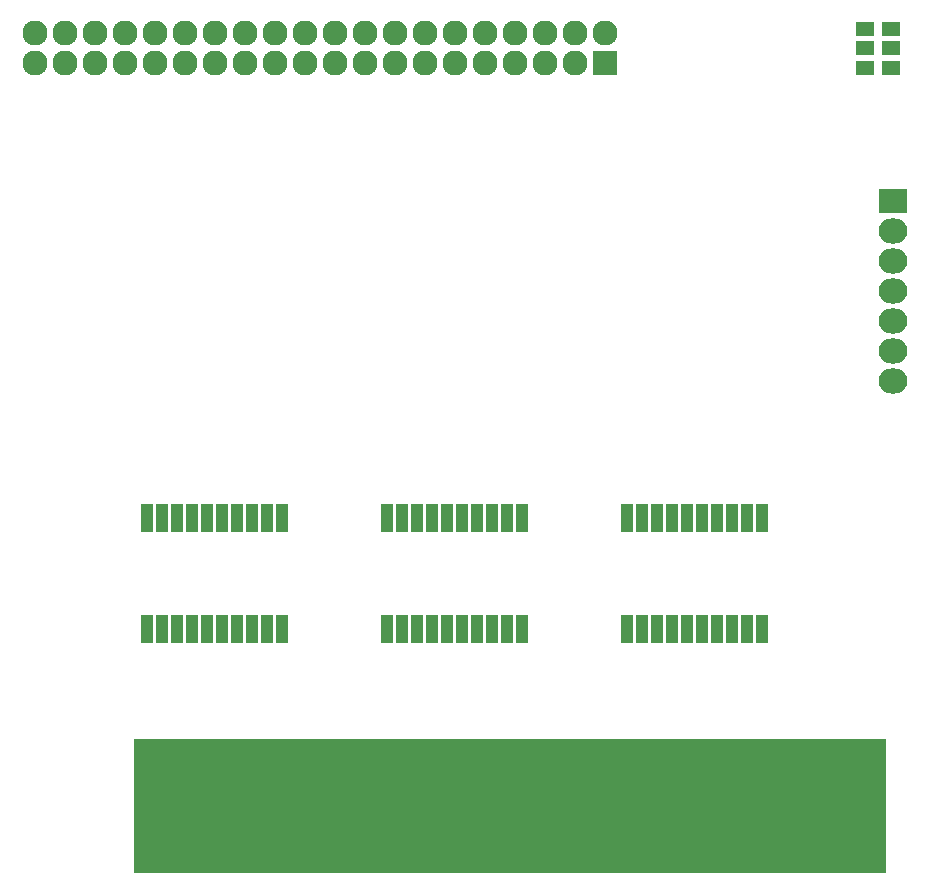
<source format=gbr>
G04 #@! TF.FileFunction,Soldermask,Bot*
%FSLAX46Y46*%
G04 Gerber Fmt 4.6, Leading zero omitted, Abs format (unit mm)*
G04 Created by KiCad (PCBNEW 4.0.7) date 03/26/18 01:40:39*
%MOMM*%
%LPD*%
G01*
G04 APERTURE LIST*
%ADD10C,0.100000*%
%ADD11R,2.127200X2.127200*%
%ADD12O,2.127200X2.127200*%
%ADD13R,2.824000X11.460000*%
%ADD14R,1.000000X2.350000*%
%ADD15R,2.432000X2.127200*%
%ADD16O,2.432000X2.127200*%
%ADD17R,1.600000X1.300000*%
G04 APERTURE END LIST*
D10*
D11*
X156210000Y-74930000D03*
D12*
X156210000Y-72390000D03*
X153670000Y-74930000D03*
X153670000Y-72390000D03*
X151130000Y-74930000D03*
X151130000Y-72390000D03*
X148590000Y-74930000D03*
X148590000Y-72390000D03*
X146050000Y-74930000D03*
X146050000Y-72390000D03*
X143510000Y-74930000D03*
X143510000Y-72390000D03*
X140970000Y-74930000D03*
X140970000Y-72390000D03*
X138430000Y-74930000D03*
X138430000Y-72390000D03*
X135890000Y-74930000D03*
X135890000Y-72390000D03*
X133350000Y-74930000D03*
X133350000Y-72390000D03*
X130810000Y-74930000D03*
X130810000Y-72390000D03*
X128270000Y-74930000D03*
X128270000Y-72390000D03*
X125730000Y-74930000D03*
X125730000Y-72390000D03*
X123190000Y-74930000D03*
X123190000Y-72390000D03*
X120650000Y-74930000D03*
X120650000Y-72390000D03*
X118110000Y-74930000D03*
X118110000Y-72390000D03*
X115570000Y-74930000D03*
X115570000Y-72390000D03*
X113030000Y-74930000D03*
X113030000Y-72390000D03*
X110490000Y-74930000D03*
X110490000Y-72390000D03*
X107950000Y-74930000D03*
X107950000Y-72390000D03*
D13*
X178689000Y-137795000D03*
X176149000Y-137795000D03*
X173609000Y-137795000D03*
X171069000Y-137795000D03*
X168529000Y-137795000D03*
X165989000Y-137795000D03*
X163449000Y-137795000D03*
X160909000Y-137795000D03*
X158369000Y-137795000D03*
X155829000Y-137795000D03*
X153289000Y-137795000D03*
X150749000Y-137795000D03*
X148209000Y-137795000D03*
X145669000Y-137795000D03*
X143129000Y-137795000D03*
X140589000Y-137795000D03*
X138049000Y-137795000D03*
X135509000Y-137795000D03*
X132969000Y-137795000D03*
X130429000Y-137795000D03*
X127889000Y-137795000D03*
X125349000Y-137795000D03*
X122809000Y-137795000D03*
X120269000Y-137795000D03*
X117729000Y-137795000D03*
D14*
X117475000Y-113410000D03*
X118745000Y-113410000D03*
X120015000Y-113410000D03*
X121285000Y-113410000D03*
X122555000Y-113410000D03*
X123825000Y-113410000D03*
X125095000Y-113410000D03*
X126365000Y-113410000D03*
X127635000Y-113410000D03*
X128905000Y-113410000D03*
X128905000Y-122810000D03*
X127635000Y-122810000D03*
X126365000Y-122810000D03*
X125095000Y-122810000D03*
X123825000Y-122810000D03*
X122555000Y-122810000D03*
X121285000Y-122810000D03*
X120015000Y-122810000D03*
X118745000Y-122810000D03*
X117475000Y-122810000D03*
X137795000Y-113410000D03*
X139065000Y-113410000D03*
X140335000Y-113410000D03*
X141605000Y-113410000D03*
X142875000Y-113410000D03*
X144145000Y-113410000D03*
X145415000Y-113410000D03*
X146685000Y-113410000D03*
X147955000Y-113410000D03*
X149225000Y-113410000D03*
X149225000Y-122810000D03*
X147955000Y-122810000D03*
X146685000Y-122810000D03*
X145415000Y-122810000D03*
X144145000Y-122810000D03*
X142875000Y-122810000D03*
X141605000Y-122810000D03*
X140335000Y-122810000D03*
X139065000Y-122810000D03*
X137795000Y-122810000D03*
X158115000Y-113410000D03*
X159385000Y-113410000D03*
X160655000Y-113410000D03*
X161925000Y-113410000D03*
X163195000Y-113410000D03*
X164465000Y-113410000D03*
X165735000Y-113410000D03*
X167005000Y-113410000D03*
X168275000Y-113410000D03*
X169545000Y-113410000D03*
X169545000Y-122810000D03*
X168275000Y-122810000D03*
X167005000Y-122810000D03*
X165735000Y-122810000D03*
X164465000Y-122810000D03*
X163195000Y-122810000D03*
X161925000Y-122810000D03*
X160655000Y-122810000D03*
X159385000Y-122810000D03*
X158115000Y-122810000D03*
D15*
X180594000Y-86614000D03*
D16*
X180594000Y-89154000D03*
X180594000Y-91694000D03*
X180594000Y-94234000D03*
X180594000Y-96774000D03*
X180594000Y-99314000D03*
X180594000Y-101854000D03*
D17*
X178224000Y-72009000D03*
X180424000Y-72009000D03*
X178224000Y-73660000D03*
X180424000Y-73660000D03*
X178224000Y-75311000D03*
X180424000Y-75311000D03*
M02*

</source>
